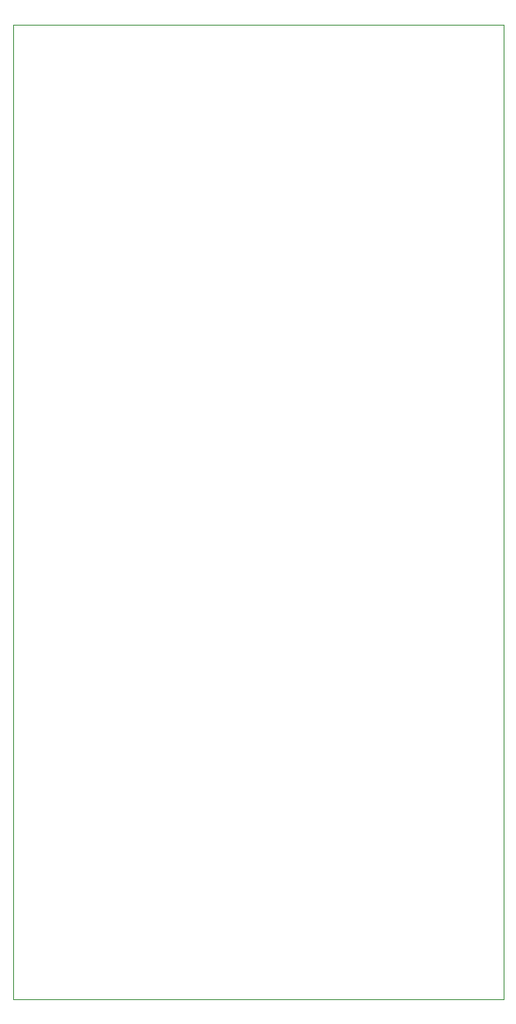
<source format=gbr>
%TF.GenerationSoftware,KiCad,Pcbnew,(6.0.8)*%
%TF.CreationDate,2022-10-14T13:46:08-03:00*%
%TF.ProjectId,epu-interface,6570752d-696e-4746-9572-666163652e6b,rev?*%
%TF.SameCoordinates,Original*%
%TF.FileFunction,Profile,NP*%
%FSLAX46Y46*%
G04 Gerber Fmt 4.6, Leading zero omitted, Abs format (unit mm)*
G04 Created by KiCad (PCBNEW (6.0.8)) date 2022-10-14 13:46:08*
%MOMM*%
%LPD*%
G01*
G04 APERTURE LIST*
%TA.AperFunction,Profile*%
%ADD10C,0.100000*%
%TD*%
G04 APERTURE END LIST*
D10*
X137000000Y-149416200D02*
X86604000Y-149416200D01*
X86604000Y-49416200D02*
X137000000Y-49416200D01*
X137000000Y-49416200D02*
X137000000Y-149416200D01*
X86604000Y-149416200D02*
X86604000Y-49416200D01*
M02*

</source>
